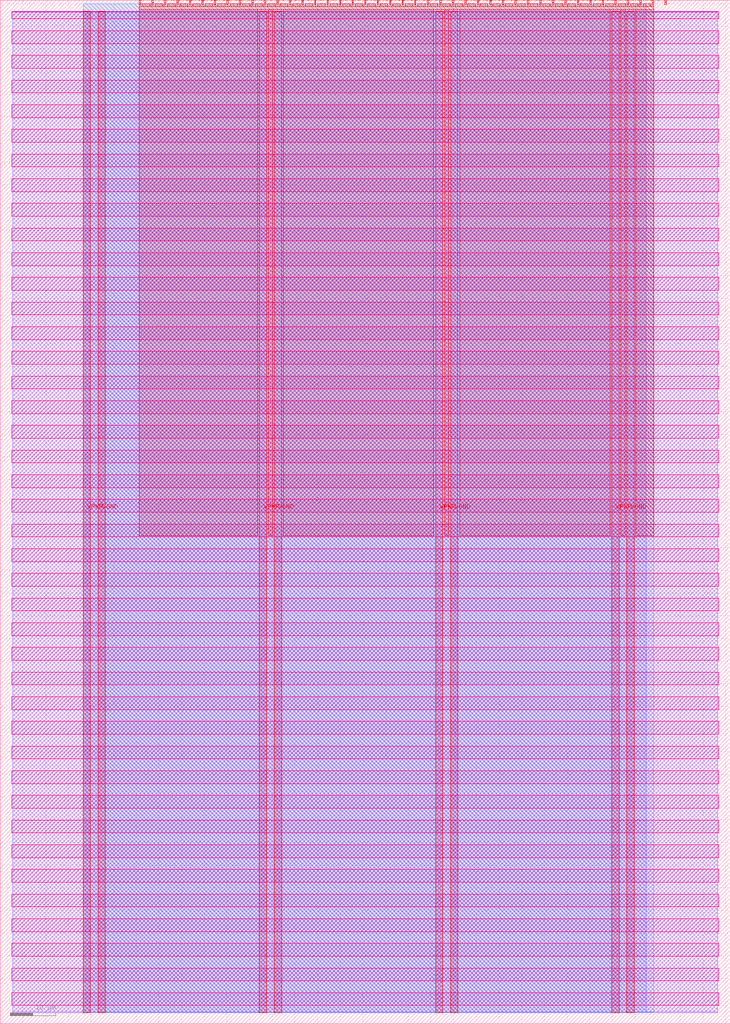
<source format=lef>
VERSION 5.7 ;
  NOWIREEXTENSIONATPIN ON ;
  DIVIDERCHAR "/" ;
  BUSBITCHARS "[]" ;
MACRO tt_um_jmack2201
  CLASS BLOCK ;
  FOREIGN tt_um_jmack2201 ;
  ORIGIN 0.000 0.000 ;
  SIZE 161.000 BY 225.760 ;
  PIN VGND
    DIRECTION INOUT ;
    USE GROUND ;
    PORT
      LAYER met4 ;
        RECT 21.580 2.480 23.180 223.280 ;
    END
    PORT
      LAYER met4 ;
        RECT 60.450 2.480 62.050 223.280 ;
    END
    PORT
      LAYER met4 ;
        RECT 99.320 2.480 100.920 223.280 ;
    END
    PORT
      LAYER met4 ;
        RECT 138.190 2.480 139.790 223.280 ;
    END
  END VGND
  PIN VPWR
    DIRECTION INOUT ;
    USE POWER ;
    PORT
      LAYER met4 ;
        RECT 18.280 2.480 19.880 223.280 ;
    END
    PORT
      LAYER met4 ;
        RECT 57.150 2.480 58.750 223.280 ;
    END
    PORT
      LAYER met4 ;
        RECT 96.020 2.480 97.620 223.280 ;
    END
    PORT
      LAYER met4 ;
        RECT 134.890 2.480 136.490 223.280 ;
    END
  END VPWR
  PIN clk
    DIRECTION INPUT ;
    USE SIGNAL ;
    ANTENNAGATEAREA 0.852000 ;
    PORT
      LAYER met4 ;
        RECT 143.830 224.760 144.130 225.760 ;
    END
  END clk
  PIN ena
    DIRECTION INPUT ;
    USE SIGNAL ;
    PORT
      LAYER met4 ;
        RECT 146.590 224.760 146.890 225.760 ;
    END
  END ena
  PIN rst_n
    DIRECTION INPUT ;
    USE SIGNAL ;
    ANTENNAGATEAREA 0.196500 ;
    PORT
      LAYER met4 ;
        RECT 141.070 224.760 141.370 225.760 ;
    END
  END rst_n
  PIN ui_in[0]
    DIRECTION INPUT ;
    USE SIGNAL ;
    ANTENNAGATEAREA 0.196500 ;
    PORT
      LAYER met4 ;
        RECT 138.310 224.760 138.610 225.760 ;
    END
  END ui_in[0]
  PIN ui_in[1]
    DIRECTION INPUT ;
    USE SIGNAL ;
    ANTENNAGATEAREA 0.196500 ;
    PORT
      LAYER met4 ;
        RECT 135.550 224.760 135.850 225.760 ;
    END
  END ui_in[1]
  PIN ui_in[2]
    DIRECTION INPUT ;
    USE SIGNAL ;
    ANTENNAGATEAREA 0.196500 ;
    PORT
      LAYER met4 ;
        RECT 132.790 224.760 133.090 225.760 ;
    END
  END ui_in[2]
  PIN ui_in[3]
    DIRECTION INPUT ;
    USE SIGNAL ;
    ANTENNAGATEAREA 0.196500 ;
    PORT
      LAYER met4 ;
        RECT 130.030 224.760 130.330 225.760 ;
    END
  END ui_in[3]
  PIN ui_in[4]
    DIRECTION INPUT ;
    USE SIGNAL ;
    ANTENNAGATEAREA 0.126000 ;
    PORT
      LAYER met4 ;
        RECT 127.270 224.760 127.570 225.760 ;
    END
  END ui_in[4]
  PIN ui_in[5]
    DIRECTION INPUT ;
    USE SIGNAL ;
    ANTENNAGATEAREA 0.196500 ;
    PORT
      LAYER met4 ;
        RECT 124.510 224.760 124.810 225.760 ;
    END
  END ui_in[5]
  PIN ui_in[6]
    DIRECTION INPUT ;
    USE SIGNAL ;
    ANTENNAGATEAREA 0.196500 ;
    PORT
      LAYER met4 ;
        RECT 121.750 224.760 122.050 225.760 ;
    END
  END ui_in[6]
  PIN ui_in[7]
    DIRECTION INPUT ;
    USE SIGNAL ;
    ANTENNAGATEAREA 0.196500 ;
    PORT
      LAYER met4 ;
        RECT 118.990 224.760 119.290 225.760 ;
    END
  END ui_in[7]
  PIN uio_in[0]
    DIRECTION INPUT ;
    USE SIGNAL ;
    PORT
      LAYER met4 ;
        RECT 116.230 224.760 116.530 225.760 ;
    END
  END uio_in[0]
  PIN uio_in[1]
    DIRECTION INPUT ;
    USE SIGNAL ;
    PORT
      LAYER met4 ;
        RECT 113.470 224.760 113.770 225.760 ;
    END
  END uio_in[1]
  PIN uio_in[2]
    DIRECTION INPUT ;
    USE SIGNAL ;
    PORT
      LAYER met4 ;
        RECT 110.710 224.760 111.010 225.760 ;
    END
  END uio_in[2]
  PIN uio_in[3]
    DIRECTION INPUT ;
    USE SIGNAL ;
    PORT
      LAYER met4 ;
        RECT 107.950 224.760 108.250 225.760 ;
    END
  END uio_in[3]
  PIN uio_in[4]
    DIRECTION INPUT ;
    USE SIGNAL ;
    PORT
      LAYER met4 ;
        RECT 105.190 224.760 105.490 225.760 ;
    END
  END uio_in[4]
  PIN uio_in[5]
    DIRECTION INPUT ;
    USE SIGNAL ;
    PORT
      LAYER met4 ;
        RECT 102.430 224.760 102.730 225.760 ;
    END
  END uio_in[5]
  PIN uio_in[6]
    DIRECTION INPUT ;
    USE SIGNAL ;
    PORT
      LAYER met4 ;
        RECT 99.670 224.760 99.970 225.760 ;
    END
  END uio_in[6]
  PIN uio_in[7]
    DIRECTION INPUT ;
    USE SIGNAL ;
    PORT
      LAYER met4 ;
        RECT 96.910 224.760 97.210 225.760 ;
    END
  END uio_in[7]
  PIN uio_oe[0]
    DIRECTION OUTPUT ;
    USE SIGNAL ;
    ANTENNADIFFAREA 0.445500 ;
    PORT
      LAYER met4 ;
        RECT 49.990 224.760 50.290 225.760 ;
    END
  END uio_oe[0]
  PIN uio_oe[1]
    DIRECTION OUTPUT ;
    USE SIGNAL ;
    ANTENNADIFFAREA 0.445500 ;
    PORT
      LAYER met4 ;
        RECT 47.230 224.760 47.530 225.760 ;
    END
  END uio_oe[1]
  PIN uio_oe[2]
    DIRECTION OUTPUT ;
    USE SIGNAL ;
    ANTENNADIFFAREA 0.445500 ;
    PORT
      LAYER met4 ;
        RECT 44.470 224.760 44.770 225.760 ;
    END
  END uio_oe[2]
  PIN uio_oe[3]
    DIRECTION OUTPUT ;
    USE SIGNAL ;
    ANTENNADIFFAREA 0.445500 ;
    PORT
      LAYER met4 ;
        RECT 41.710 224.760 42.010 225.760 ;
    END
  END uio_oe[3]
  PIN uio_oe[4]
    DIRECTION OUTPUT ;
    USE SIGNAL ;
    ANTENNADIFFAREA 0.445500 ;
    PORT
      LAYER met4 ;
        RECT 38.950 224.760 39.250 225.760 ;
    END
  END uio_oe[4]
  PIN uio_oe[5]
    DIRECTION OUTPUT ;
    USE SIGNAL ;
    ANTENNADIFFAREA 0.445500 ;
    PORT
      LAYER met4 ;
        RECT 36.190 224.760 36.490 225.760 ;
    END
  END uio_oe[5]
  PIN uio_oe[6]
    DIRECTION OUTPUT ;
    USE SIGNAL ;
    ANTENNADIFFAREA 0.445500 ;
    PORT
      LAYER met4 ;
        RECT 33.430 224.760 33.730 225.760 ;
    END
  END uio_oe[6]
  PIN uio_oe[7]
    DIRECTION OUTPUT ;
    USE SIGNAL ;
    ANTENNADIFFAREA 0.445500 ;
    PORT
      LAYER met4 ;
        RECT 30.670 224.760 30.970 225.760 ;
    END
  END uio_oe[7]
  PIN uio_out[0]
    DIRECTION OUTPUT ;
    USE SIGNAL ;
    ANTENNADIFFAREA 0.445500 ;
    PORT
      LAYER met4 ;
        RECT 72.070 224.760 72.370 225.760 ;
    END
  END uio_out[0]
  PIN uio_out[1]
    DIRECTION OUTPUT ;
    USE SIGNAL ;
    ANTENNADIFFAREA 0.445500 ;
    PORT
      LAYER met4 ;
        RECT 69.310 224.760 69.610 225.760 ;
    END
  END uio_out[1]
  PIN uio_out[2]
    DIRECTION OUTPUT ;
    USE SIGNAL ;
    ANTENNADIFFAREA 0.445500 ;
    PORT
      LAYER met4 ;
        RECT 66.550 224.760 66.850 225.760 ;
    END
  END uio_out[2]
  PIN uio_out[3]
    DIRECTION OUTPUT ;
    USE SIGNAL ;
    ANTENNADIFFAREA 0.445500 ;
    PORT
      LAYER met4 ;
        RECT 63.790 224.760 64.090 225.760 ;
    END
  END uio_out[3]
  PIN uio_out[4]
    DIRECTION OUTPUT ;
    USE SIGNAL ;
    ANTENNADIFFAREA 0.445500 ;
    PORT
      LAYER met4 ;
        RECT 61.030 224.760 61.330 225.760 ;
    END
  END uio_out[4]
  PIN uio_out[5]
    DIRECTION OUTPUT ;
    USE SIGNAL ;
    ANTENNADIFFAREA 0.445500 ;
    PORT
      LAYER met4 ;
        RECT 58.270 224.760 58.570 225.760 ;
    END
  END uio_out[5]
  PIN uio_out[6]
    DIRECTION OUTPUT ;
    USE SIGNAL ;
    ANTENNADIFFAREA 0.445500 ;
    PORT
      LAYER met4 ;
        RECT 55.510 224.760 55.810 225.760 ;
    END
  END uio_out[6]
  PIN uio_out[7]
    DIRECTION OUTPUT ;
    USE SIGNAL ;
    ANTENNADIFFAREA 0.445500 ;
    PORT
      LAYER met4 ;
        RECT 52.750 224.760 53.050 225.760 ;
    END
  END uio_out[7]
  PIN uo_out[0]
    DIRECTION OUTPUT ;
    USE SIGNAL ;
    ANTENNADIFFAREA 0.911000 ;
    PORT
      LAYER met4 ;
        RECT 94.150 224.760 94.450 225.760 ;
    END
  END uo_out[0]
  PIN uo_out[1]
    DIRECTION OUTPUT ;
    USE SIGNAL ;
    ANTENNADIFFAREA 0.911000 ;
    PORT
      LAYER met4 ;
        RECT 91.390 224.760 91.690 225.760 ;
    END
  END uo_out[1]
  PIN uo_out[2]
    DIRECTION OUTPUT ;
    USE SIGNAL ;
    ANTENNADIFFAREA 0.911000 ;
    PORT
      LAYER met4 ;
        RECT 88.630 224.760 88.930 225.760 ;
    END
  END uo_out[2]
  PIN uo_out[3]
    DIRECTION OUTPUT ;
    USE SIGNAL ;
    ANTENNADIFFAREA 0.445500 ;
    PORT
      LAYER met4 ;
        RECT 85.870 224.760 86.170 225.760 ;
    END
  END uo_out[3]
  PIN uo_out[4]
    DIRECTION OUTPUT ;
    USE SIGNAL ;
    ANTENNADIFFAREA 0.453750 ;
    PORT
      LAYER met4 ;
        RECT 83.110 224.760 83.410 225.760 ;
    END
  END uo_out[4]
  PIN uo_out[5]
    DIRECTION OUTPUT ;
    USE SIGNAL ;
    ANTENNADIFFAREA 0.934000 ;
    PORT
      LAYER met4 ;
        RECT 80.350 224.760 80.650 225.760 ;
    END
  END uo_out[5]
  PIN uo_out[6]
    DIRECTION OUTPUT ;
    USE SIGNAL ;
    ANTENNADIFFAREA 0.911000 ;
    PORT
      LAYER met4 ;
        RECT 77.590 224.760 77.890 225.760 ;
    END
  END uo_out[6]
  PIN uo_out[7]
    DIRECTION OUTPUT ;
    USE SIGNAL ;
    ANTENNADIFFAREA 0.795200 ;
    PORT
      LAYER met4 ;
        RECT 74.830 224.760 75.130 225.760 ;
    END
  END uo_out[7]
  OBS
      LAYER nwell ;
        RECT 2.570 221.625 158.430 223.230 ;
        RECT 2.570 216.185 158.430 219.015 ;
        RECT 2.570 210.745 158.430 213.575 ;
        RECT 2.570 205.305 158.430 208.135 ;
        RECT 2.570 199.865 158.430 202.695 ;
        RECT 2.570 194.425 158.430 197.255 ;
        RECT 2.570 188.985 158.430 191.815 ;
        RECT 2.570 183.545 158.430 186.375 ;
        RECT 2.570 178.105 158.430 180.935 ;
        RECT 2.570 172.665 158.430 175.495 ;
        RECT 2.570 167.225 158.430 170.055 ;
        RECT 2.570 161.785 158.430 164.615 ;
        RECT 2.570 156.345 158.430 159.175 ;
        RECT 2.570 150.905 158.430 153.735 ;
        RECT 2.570 145.465 158.430 148.295 ;
        RECT 2.570 140.025 158.430 142.855 ;
        RECT 2.570 134.585 158.430 137.415 ;
        RECT 2.570 129.145 158.430 131.975 ;
        RECT 2.570 123.705 158.430 126.535 ;
        RECT 2.570 118.265 158.430 121.095 ;
        RECT 2.570 112.825 158.430 115.655 ;
        RECT 2.570 107.385 158.430 110.215 ;
        RECT 2.570 101.945 158.430 104.775 ;
        RECT 2.570 96.505 158.430 99.335 ;
        RECT 2.570 91.065 158.430 93.895 ;
        RECT 2.570 85.625 158.430 88.455 ;
        RECT 2.570 80.185 158.430 83.015 ;
        RECT 2.570 74.745 158.430 77.575 ;
        RECT 2.570 69.305 158.430 72.135 ;
        RECT 2.570 63.865 158.430 66.695 ;
        RECT 2.570 58.425 158.430 61.255 ;
        RECT 2.570 52.985 158.430 55.815 ;
        RECT 2.570 47.545 158.430 50.375 ;
        RECT 2.570 42.105 158.430 44.935 ;
        RECT 2.570 36.665 158.430 39.495 ;
        RECT 2.570 31.225 158.430 34.055 ;
        RECT 2.570 25.785 158.430 28.615 ;
        RECT 2.570 20.345 158.430 23.175 ;
        RECT 2.570 14.905 158.430 17.735 ;
        RECT 2.570 9.465 158.430 12.295 ;
        RECT 2.570 4.025 158.430 6.855 ;
      LAYER li1 ;
        RECT 2.760 2.635 158.240 223.125 ;
      LAYER met1 ;
        RECT 2.760 2.480 158.240 223.280 ;
      LAYER met2 ;
        RECT 18.310 2.535 142.510 224.925 ;
      LAYER met3 ;
        RECT 18.290 2.555 144.170 224.905 ;
      LAYER met4 ;
        RECT 31.370 224.360 33.030 224.905 ;
        RECT 34.130 224.360 35.790 224.905 ;
        RECT 36.890 224.360 38.550 224.905 ;
        RECT 39.650 224.360 41.310 224.905 ;
        RECT 42.410 224.360 44.070 224.905 ;
        RECT 45.170 224.360 46.830 224.905 ;
        RECT 47.930 224.360 49.590 224.905 ;
        RECT 50.690 224.360 52.350 224.905 ;
        RECT 53.450 224.360 55.110 224.905 ;
        RECT 56.210 224.360 57.870 224.905 ;
        RECT 58.970 224.360 60.630 224.905 ;
        RECT 61.730 224.360 63.390 224.905 ;
        RECT 64.490 224.360 66.150 224.905 ;
        RECT 67.250 224.360 68.910 224.905 ;
        RECT 70.010 224.360 71.670 224.905 ;
        RECT 72.770 224.360 74.430 224.905 ;
        RECT 75.530 224.360 77.190 224.905 ;
        RECT 78.290 224.360 79.950 224.905 ;
        RECT 81.050 224.360 82.710 224.905 ;
        RECT 83.810 224.360 85.470 224.905 ;
        RECT 86.570 224.360 88.230 224.905 ;
        RECT 89.330 224.360 90.990 224.905 ;
        RECT 92.090 224.360 93.750 224.905 ;
        RECT 94.850 224.360 96.510 224.905 ;
        RECT 97.610 224.360 99.270 224.905 ;
        RECT 100.370 224.360 102.030 224.905 ;
        RECT 103.130 224.360 104.790 224.905 ;
        RECT 105.890 224.360 107.550 224.905 ;
        RECT 108.650 224.360 110.310 224.905 ;
        RECT 111.410 224.360 113.070 224.905 ;
        RECT 114.170 224.360 115.830 224.905 ;
        RECT 116.930 224.360 118.590 224.905 ;
        RECT 119.690 224.360 121.350 224.905 ;
        RECT 122.450 224.360 124.110 224.905 ;
        RECT 125.210 224.360 126.870 224.905 ;
        RECT 127.970 224.360 129.630 224.905 ;
        RECT 130.730 224.360 132.390 224.905 ;
        RECT 133.490 224.360 135.150 224.905 ;
        RECT 136.250 224.360 137.910 224.905 ;
        RECT 139.010 224.360 140.670 224.905 ;
        RECT 141.770 224.360 143.430 224.905 ;
        RECT 30.655 223.680 144.145 224.360 ;
        RECT 30.655 107.615 56.750 223.680 ;
        RECT 59.150 107.615 60.050 223.680 ;
        RECT 62.450 107.615 95.620 223.680 ;
        RECT 98.020 107.615 98.920 223.680 ;
        RECT 101.320 107.615 134.490 223.680 ;
        RECT 136.890 107.615 137.790 223.680 ;
        RECT 140.190 107.615 144.145 223.680 ;
  END
END tt_um_jmack2201
END LIBRARY


</source>
